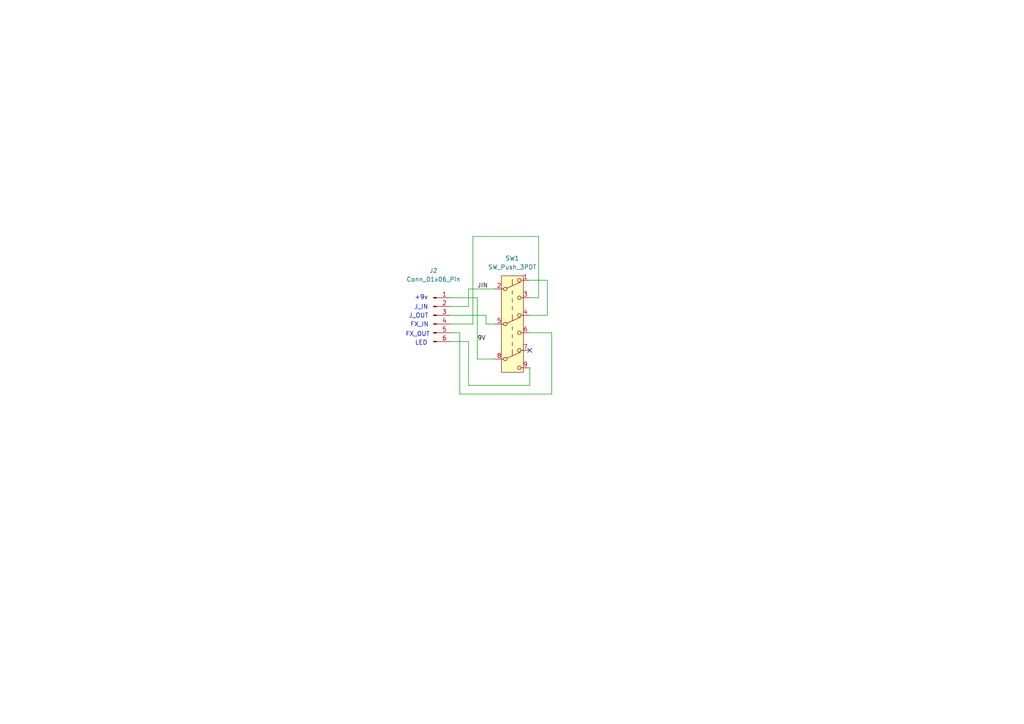
<source format=kicad_sch>
(kicad_sch (version 20250114) (generator "eeschema") (generator_version "9.0")
  (paper "A4")
  (title_block (title "Wah Switch") (date "2025-11-15") (rev "1.0") (company "KnightHill Engineering"))
  (lib_symbols
    (symbol "Connector:Conn_01x06_Pin" (pin_names (offset 1.016) (hide yes))
      (property "Reference" "J" (at 0 7.62 0))
      (property "Value" "Conn_01x06_Pin" (at 0 -10.16 0))
      (symbol "Conn_01x06_Pin_1_1"
        (rectangle (start 0.8636 5.207) (end 0 4.953) (stroke (width 0.1524)) (fill (type outline)))
        (rectangle (start 0.8636 2.667) (end 0 2.413) (stroke (width 0.1524)) (fill (type outline)))
        (rectangle (start 0.8636 0.127) (end 0 -0.127) (stroke (width 0.1524)) (fill (type outline)))
        (rectangle (start 0.8636 -2.413) (end 0 -2.667) (stroke (width 0.1524)) (fill (type outline)))
        (rectangle (start 0.8636 -4.953) (end 0 -5.207) (stroke (width 0.1524)) (fill (type outline)))
        (rectangle (start 0.8636 -7.493) (end 0 -7.747) (stroke (width 0.1524)) (fill (type outline)))
        (polyline (pts (xy 1.27 5.08) (xy 0.8636 5.08)) (stroke (width 0.1524)))
        (polyline (pts (xy 1.27 2.54) (xy 0.8636 2.54)) (stroke (width 0.1524)))
        (polyline (pts (xy 1.27 0) (xy 0.8636 0)) (stroke (width 0.1524)))
        (polyline (pts (xy 1.27 -2.54) (xy 0.8636 -2.54)) (stroke (width 0.1524)))
        (polyline (pts (xy 1.27 -5.08) (xy 0.8636 -5.08)) (stroke (width 0.1524)))
        (polyline (pts (xy 1.27 -7.62) (xy 0.8636 -7.62)) (stroke (width 0.1524)))
        (pin passive line (at 5.08 5.08 180) (length 3.81) (name "Pin_1") (number "1"))
        (pin passive line (at 5.08 2.54 180) (length 3.81) (name "Pin_2") (number "2"))
        (pin passive line (at 5.08 0 180) (length 3.81) (name "Pin_3") (number "3"))
        (pin passive line (at 5.08 -2.54 180) (length 3.81) (name "Pin_4") (number "4"))
        (pin passive line (at 5.08 -5.08 180) (length 3.81) (name "Pin_5") (number "5"))
        (pin passive line (at 5.08 -7.62 180) (length 3.81) (name "Pin_6") (number "6"))
      )
    )
    (symbol "CustomSymbols:SW_Push_3PDT" (pin_names (offset 0) (hide yes))
      (property "Reference" "SW" (at 0 15.24 0))
      (property "Value" "SW_Push_3PDT" (at 0.254 -16.256 0))
      (symbol "SW_Push_3PDT_0_0"
        (circle (center -2.032 10.16) (radius 0.508))
        (circle (center -2.032 0) (radius 0.508))
        (circle (center -2.032 -10.16) (radius 0.508))
        (circle (center 2.032 7.62) (radius 0.508))
        (circle (center 2.032 -2.54) (radius 0.508))
        (circle (center 2.032 -12.7) (radius 0.508))
      )
      (symbol "SW_Push_3PDT_0_1"
        (polyline (pts (xy -1.524 10.414) (xy 2.3368 12.1412)))
        (polyline (pts (xy -1.524 0.254) (xy 2.3368 1.9812)))
        (polyline (pts (xy -1.524 -9.906) (xy 2.3368 -8.1788)))
        (polyline (pts (xy 0 12.954) (xy 0 11.176)))
        (polyline (pts (xy 0 8.636) (xy 0 9.652)))
        (polyline (pts (xy 0 6.35) (xy 0 7.366)))
        (polyline (pts (xy 0 4.064) (xy 0 5.08)))
        (polyline (pts (xy 0 2.794) (xy 0 1.016)))
        (polyline (pts (xy 0 -1.778) (xy 0 -0.762)))
        (polyline (pts (xy 0 -4.064) (xy 0 -3.048)))
        (polyline (pts (xy 0 -6.35) (xy 0 -5.334)))
        (polyline (pts (xy 0 -7.366) (xy 0 -9.144)))
        (circle (center 2.032 12.7) (radius 0.508))
        (circle (center 2.032 2.54) (radius 0.508))
        (circle (center 2.032 -7.62) (radius 0.508))
      )
      (symbol "SW_Push_3PDT_1_1"
        (rectangle (start -3.175 13.97) (end 3.175 -13.97) (fill (type background)))
        (pin passive line (at -5.08 10.16 0) (length 2.54) (name "B") (number "2"))
        (pin passive line (at -5.08 0 0) (length 2.54) (name "B") (number "5"))
        (pin passive line (at -5.08 -10.16 0) (length 2.54) (name "B") (number "8"))
        (pin passive line (at 5.08 12.7 180) (length 2.54) (name "A") (number "1"))
        (pin passive line (at 5.08 7.62 180) (length 2.54) (name "C") (number "3"))
        (pin passive line (at 5.08 2.54 180) (length 2.54) (name "A") (number "4"))
        (pin passive line (at 5.08 -2.54 180) (length 2.54) (name "C") (number "6"))
        (pin passive line (at 5.08 -7.62 180) (length 2.54) (name "A") (number "7"))
        (pin passive line (at 5.08 -12.7 180) (length 2.54) (name "C") (number "9"))
      )
    )
  )
  (text "LED" (at 122.174 99.568 0) (effects (font (size 1.27 1.27))))
  (text "FX_IN" (at 121.666 94.234 0) (effects (font (size 1.27 1.27))))
  (text "J_OUT" (at 121.412 91.694 0) (effects (font (size 1.27 1.27))))
  (text "J_IN" (at 122.174 89.154 0) (effects (font (size 1.27 1.27))))
  (text "+9v" (at 122.174 86.36 0) (effects (font (size 1.27 1.27))))
  (text "FX_OUT" (at 121.158 97.028 0) (effects (font (size 1.27 1.27))))
  (no_connect (at 153.67 101.6))
  (wire (pts (xy 138.43 104.14) (xy 143.51 104.14)))
  (wire (pts (xy 156.21 86.36) (xy 153.67 86.36)))
  (wire (pts (xy 137.16 68.58) (xy 156.21 68.58)))
  (wire (pts (xy 153.67 111.76) (xy 153.67 106.68)))
  (wire (pts (xy 137.16 93.98) (xy 137.16 68.58)))
  (wire (pts (xy 130.81 96.52) (xy 133.35 96.52)))
  (wire (pts (xy 153.67 81.28) (xy 158.75 81.28)))
  (wire (pts (xy 130.81 91.44) (xy 140.97 91.44)))
  (wire (pts (xy 140.97 91.44) (xy 140.97 93.98)))
  (wire (pts (xy 133.35 96.52) (xy 133.35 114.3)))
  (wire (pts (xy 160.02 114.3) (xy 160.02 96.52)))
  (wire (pts (xy 130.81 93.98) (xy 137.16 93.98)))
  (wire (pts (xy 156.21 68.58) (xy 156.21 86.36)))
  (wire (pts (xy 138.43 86.36) (xy 138.43 104.14)))
  (wire (pts (xy 130.81 99.06) (xy 135.89 99.06)))
  (wire (pts (xy 158.75 81.28) (xy 158.75 91.44)))
  (wire (pts (xy 140.97 93.98) (xy 143.51 93.98)))
  (wire (pts (xy 130.81 88.9) (xy 135.89 88.9)))
  (wire (pts (xy 133.35 114.3) (xy 160.02 114.3)))
  (wire (pts (xy 135.89 88.9) (xy 135.89 83.82)))
  (wire (pts (xy 160.02 96.52) (xy 153.67 96.52)))
  (wire (pts (xy 135.89 111.76) (xy 153.67 111.76)))
  (wire (pts (xy 135.89 99.06) (xy 135.89 111.76)))
  (wire (pts (xy 135.89 83.82) (xy 143.51 83.82)))
  (wire (pts (xy 130.81 86.36) (xy 138.43 86.36)))
  (wire (pts (xy 158.75 91.44) (xy 153.67 91.44)))
  (label "9V" (at 138.43 99.06 0))
  (label "JIN" (at 138.43 83.82 0))
  (symbol (lib_id "CustomSymbols:SW_Push_3PDT") (at 148.59 93.98 0) (unit 1)
    (property "Reference" "SW1" (at 148.59 74.93 0))
    (property "Value" "SW_Push_3PDT" (at 148.59 77.47 0))
    (property "Footprint" "CustomFootprints:Switches_Stomp_Switch_3PDT" (effects (hide yes)))
    (property "Description" "Momentary Switch, triple pole double throw" (effects (hide yes)))
  )
  (symbol (lib_id "Connector:Conn_01x06_Pin") (at 125.73 91.44 0) (unit 1)
    (property "Reference" "J2" (at 125.73 78.486 0))
    (property "Value" "Conn_01x06_Pin" (at 125.73 81.026 0))
    (property "Footprint" "Connector_PinHeader_2.54mm:PinHeader_1x06_P2.54mm_Vertical" (effects (hide yes)))
    (property "Description" "Generic connector, single row, 01x06, script generated" (effects (hide yes)))
  )
)
</source>
